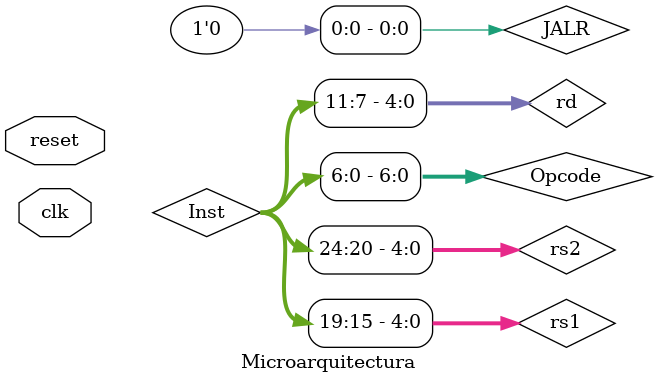
<source format=v>
`timescale 1ns / 1ps
/*
	Procedimiento:
	Se instancian todos los módulos necesarios y se definen wires para la unión de los mismos.
*/
module Microarquitectura	( 
									input clk,
									input reset
									);
					
//	Inicialización de variables para el módulo PC Regsiter y el PC Adder
wire [31:0] PC;
wire [31:0] PC4;
wire [31:0] NextPC;	
PC RegPC (														// Inicialización módulo PC
    .clk(clk), 												// Entrada de clock
    .NextPC(NextPC), 										// Entrada para el próximo PC
    .PC(PC)														// Salida PC actual
    );
PC4 SumPC4 (													// Inicialización módulo PC4
    .PC(PC), 													// Entrada PC actual
    .PC4(PC4)													// Salida PC4 = PC+4
    );

//	Inicialización de variables para el módulo Instruction Memory
wire [31:0] Inst;
InstructionMemory IM (										// Inicialización módulo Instruction Memory
    .A(PC), 													// Entrada de PC actual
    .RD(Inst)													// Salida que corresponde a la instrucción
    );

//	Inicializacion de variables para el módulo UC
wire [6:0] Opcode;
wire ForceJump,Branch,JumpPC,JumpRD,MemToReg,MemWrite,ALUscr,LUIscr,RegWrite;
wire [3:0] ALUOp;
//	Asignacion de bits para la UC
assign Opcode = Inst [6:0];								// Bist para establecer el Opcode
UC CU (															// Inicialización módulo UC
    .Opcode(Opcode), 										
	 .ForceJump(ForceJump),
	 .Branch(Branch),
	 .JumpPC(JumpPC),
	 .JumpRD(JumpRD),
	 .MemToReg(MemToReg),
	 .MemWrite(MemWrite),
	 .ALUscr(ALUscr),
	 .LUIscr(LUIscr),
	 .ALUOp(ALUOp),
	 .RegWrite(RegWrite)
    );

//	Inicialización de variables para el módulo Register File
wire [4:0] rs1;									
wire [4:0] rs2;
wire [4:0] rd;
wire [31:0] RD1;
wire [31:0] RD2;
wire [31:0] WD3;
// Asignacion de bits para el Register File
assign rd = Inst [11:7];									// Bits para establecer el registro destino
assign rs1 = Inst [19:15];									// Bits para establecer el registro operando 1  
assign rs2 = Inst [24:20];									// Bits para establecer el registro operando 2  
RegisterFile RF (												// Inicialización el módulo Register File
    .clk(clk), 												// Entrada de clock
    .A1(rs1), 													// Entrada A1
    .A2(rs2), 													// Entrada A2
    .A3(rd), 													// Entrada A3
    .WE3(RegWrite), 											// Entrada WE3
    .WD3(WD3), 												// Entrada WD3
    .reset(reset), 											// Entrada del reset
    .RD1(RD1), 												// Salida RD1
    .RD2(RD2)													// Salida RD2
    );

//	Inicializacion de variables para el módulo Immediate Generator
wire [31:0] Imm;
ImmGenerator IG (									
    .Inst(Inst), 									
    .Imm(Imm)								
    );
	 
//	Inicializacion de variables para el módulo PC+imm
wire [31:0] PCimm;
PCimm SumPCimm (												// Inicialización módulo PCimm
    .PC(PC), 													// Entrada de PC actual
    .Imm(Imm), 												// Entrada de valor inmediato
    .PCimm(PCimm)												// Salida PC actual + inmediato
    );
	 
//	Inicializacion de variables para el Mux que decide entre RD2 o el valor inmediato
wire [31:0] RD2orImm;
Mux2to1 MuxRD2orImm (										// Inicialización módulo Mux2to1						
    .Sel(ALUscr),												// Seleccionador
    .A(RD2), 													// Dato leído en la dirección A2
    .B(Imm), 													// Valor inmediato
    .C(RD2orImm)												// Salida del Mux	
    );

//	Inicializacion de variables para el módulo ALU Control
wire [2:0] Funct3;
wire [6:0] Funct7;
wire [4:0] ALU_Control;
assign Funct3 = Inst[14:12];								// Asignación de bits de Funct3
assign Funct7 = Inst[31:25];								// Asignación de bits de Funct7
ALUControl AC (												// Inicialización módulo ALU Control
	 .ALUOp(ALUOp),											// ALUOp
	 .Funct75(Funct7[5]),									// Funct7[5]
	 .Funct70(Funct7[0]),									// Funct7[0]
	 .Funct3(Funct3),											// Funct3
	 .ALU_Control(ALU_Control)								// ALU_Control
	 );

//	Inicializacion de variables para el Mux que decide entre un valor de 32'b0 o RD1.
wire [31:0] RD1orLUI;
Mux2to1 MuxRD1orLUI (								
    .Sel(LUIscr),	
    .A(32'b0), 											
    .B(RD1), 										
    .C(RD1orLUI)													
    );
//	Inicializacion de variables para el módulo ALU	 
wire [31:0] ALU_Result;
Alu ALU (														// Inicializacion módulo ALU
    .RD1(RD1orLUI), 											// Entrada RD1orLUI
    .RD2(RD2orImm), 											// Entrada RD2orImm
    .ALU_Control(ALU_Control), 							// Entrada ALU_Control.(Seleccionador de Op)
    .ALU_Result(ALU_Result), 								// Salida ALU_Result
    .Zero(Zero)												// Bandera Zero
    );
	 
//	Inicializacion de variables para el módulo Jump Control	 
wire BranchMux;
JumpControl JC (												// Inicializacion módulo ALU
		.Funct3(Funct3), 										// Entrada Funct3
		.ForceJump(ForceJump), 								// Entrada ForceJump
		.Branch(Branch), 										//	Entrada Branch
		.Zero(Zero), 											// Salida Zero
		.BranchMux(BranchMux)								// Salida BranchMux
	);
	
//	Inicializacion de variables para el Mux que decide entre PC+4 o PC+imm.(salto incondicional/incondicional o PC+imm)
wire [31:0] PC4orPCimm;							
Mux2to1 MuxPC4orPCimm (
    .Sel(BranchMux), 
    .A(PC4), 
    .B(PCimm), 
    .C(PC4orPCimm)
    );
	 
//	Inicializacion de variables para el Mux que decide entre PC+4/PC+imm o JALR
wire [31:0] JALR;							
assign JALR = {ALU_Result[31:1],1'b0};	
Mux2to1 MuxNextPC (
    .Sel(JumpPC), 
    .A(PC4orPCimm), 
    .B(JALR), 
    .C(NextPC)
    );

//	Inicializacion de variables para el módulo Store Logic.	 
wire [31:0] NDS;
wire [3:0] BE;	 
StoreLogic SL (												// Inicializacion módulo StoreLogic
    .D(RD2), 													// Entrada Data
    .ALU(ALU_Result[1:0]), 								// Entrada de los últimos 2 bits de ALU_Result
    .DT(Inst[13]), 											// Entrada Data Type.(sw/sb)												
    .ND(NDS),													// Salida New Data.(sw/sb)
	 .BE(BE)														// Salida Byte Enable		
    );

//	Inicializacion de variables para el módulo Data Memory.
wire [31:0] RD;
DataMemory DM (												// Inicializacion módulo DataMemory
    .clk(clk), 												// Entrada clock
    .WE(MemWrite), 											// Entrada WE
	 .BE(BE), 													// Entrada BE
	 .A(ALU_Result), 											// Entrada de los últimos 2 bits de ALU_Result
    .WD(NDS), 													// Salida NewData
    .RD(RD)														// Salida RD
    );
	 
//	Inicializacion de variables para el módulo Load Logic. 
wire [31:0] NDL;	 
LoadLogic LL (													// Inicializacion módulo StoreLogic
    .D(RD), 													// Entrada Data
    .ALU(ALU_Result[1:0]), 								// Entrada de los últimos 2 bits de ALU_Result
    .DT(Inst[13]), 											// Entrada Data Type.(lw/lbu/lb)
    .Sign(Inst[14]), 										//	Entrada Sign.(lb/lbu)	
    .ND(NDL)													// Salida New Data.(lb/lbu/lw)
    );
	 
//Inicializacion de variables para el Mux que decide entre el resultado de la ALU o el contenido de Data Memory
wire [31:0] ALUorMEM;
Mux2to1 MuxALUorMEM (										// Inicialización módulo Mux2to1
	 .Sel(MemToReg), 											// Seleccionador
    .A(ALU_Result),											// Entrada A
    .B(NDL), 													// Entrada B
    .C(ALUorMEM)												// Salida C
    );
	 
//Inicializacion del Mux que decide entre el (resultado de la ALU/Dato leído de memoria) o PC+4 
Mux2to1 MuxWD3 (												// Inicialización módulo Mux2to1
	 .Sel(JumpRD), 											// Seleccionador
    .A(ALUorMEM),												// Entrada A
    .B(PC4), 													// Entrada B
    .C(WD3)														// Salida C
    );	 
endmodule

</source>
